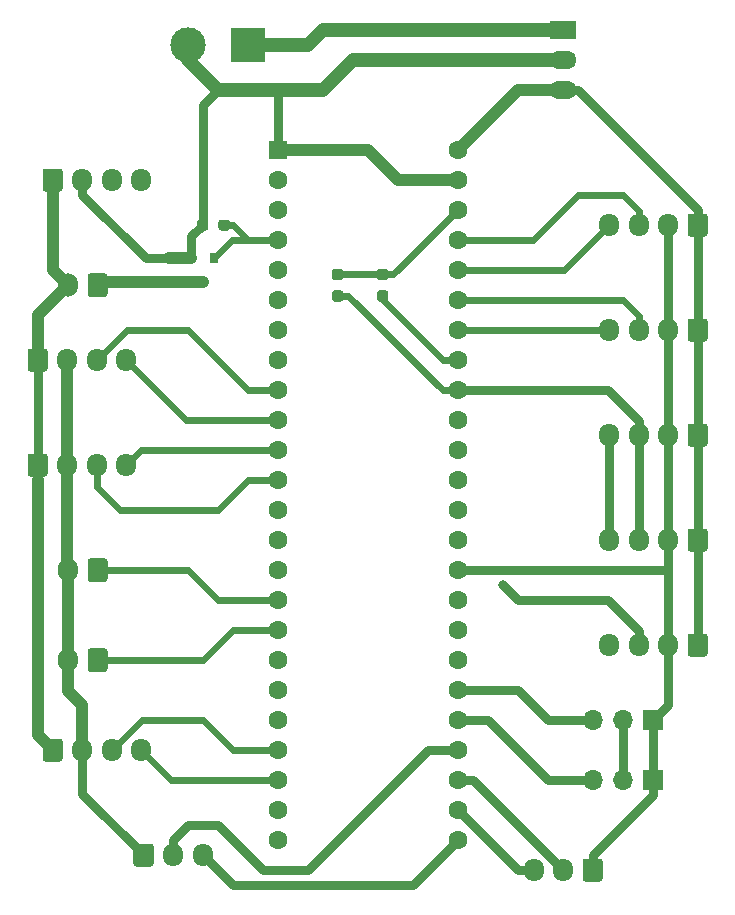
<source format=gbr>
%TF.GenerationSoftware,KiCad,Pcbnew,(5.1.9)-1*%
%TF.CreationDate,2021-03-25T13:19:16+01:00*%
%TF.ProjectId,kicad_robot_teensy,6b696361-645f-4726-9f62-6f745f746565,rev?*%
%TF.SameCoordinates,Original*%
%TF.FileFunction,Copper,L1,Top*%
%TF.FilePolarity,Positive*%
%FSLAX46Y46*%
G04 Gerber Fmt 4.6, Leading zero omitted, Abs format (unit mm)*
G04 Created by KiCad (PCBNEW (5.1.9)-1) date 2021-03-25 13:19:16*
%MOMM*%
%LPD*%
G01*
G04 APERTURE LIST*
%TA.AperFunction,ComponentPad*%
%ADD10O,1.700000X1.700000*%
%TD*%
%TA.AperFunction,ComponentPad*%
%ADD11R,1.700000X1.700000*%
%TD*%
%TA.AperFunction,ComponentPad*%
%ADD12C,1.600000*%
%TD*%
%TA.AperFunction,ComponentPad*%
%ADD13R,1.600000X1.600000*%
%TD*%
%TA.AperFunction,ComponentPad*%
%ADD14R,3.000000X3.000000*%
%TD*%
%TA.AperFunction,ComponentPad*%
%ADD15C,3.000000*%
%TD*%
%TA.AperFunction,ComponentPad*%
%ADD16O,1.700000X1.950000*%
%TD*%
%TA.AperFunction,ComponentPad*%
%ADD17O,1.700000X2.000000*%
%TD*%
%TA.AperFunction,SMDPad,CuDef*%
%ADD18R,0.800000X0.900000*%
%TD*%
%TA.AperFunction,ComponentPad*%
%ADD19R,2.300000X1.500000*%
%TD*%
%TA.AperFunction,ComponentPad*%
%ADD20O,2.300000X1.500000*%
%TD*%
%TA.AperFunction,ViaPad*%
%ADD21C,0.800000*%
%TD*%
%TA.AperFunction,Conductor*%
%ADD22C,1.200000*%
%TD*%
%TA.AperFunction,Conductor*%
%ADD23C,1.000000*%
%TD*%
%TA.AperFunction,Conductor*%
%ADD24C,0.800000*%
%TD*%
%TA.AperFunction,Conductor*%
%ADD25C,0.600000*%
%TD*%
G04 APERTURE END LIST*
D10*
%TO.P,CONN->SERV_BAR1,3*%
%TO.N,BAR_SERV*%
X180340000Y-139700000D03*
%TO.P,CONN->SERV_BAR1,2*%
%TO.N,+5V*%
X182880000Y-139700000D03*
D11*
%TO.P,CONN->SERV_BAR1,1*%
%TO.N,GND*%
X185420000Y-139700000D03*
%TD*%
D12*
%TO.P,CARTE_MICR_COTROL1,17*%
%TO.N,COL_GPIO*%
X153670000Y-132080000D03*
%TO.P,CARTE_MICR_COTROL1,18*%
%TO.N,Net-(CARTE_MICR_COTROL1-Pad18)*%
X153670000Y-134620000D03*
%TO.P,CARTE_MICR_COTROL1,19*%
%TO.N,Net-(CARTE_MICR_COTROL1-Pad19)*%
X153670000Y-137160000D03*
%TO.P,CARTE_MICR_COTROL1,20*%
%TO.N,Net-(CARTE_MICR_COTROL1-Pad20)*%
X153670000Y-139700000D03*
%TO.P,CARTE_MICR_COTROL1,16*%
%TO.N,TIR_GPIO*%
X153670000Y-129540000D03*
%TO.P,CARTE_MICR_COTROL1,15*%
%TO.N,Net-(CARTE_MICR_COTROL1-Pad15)*%
X153670000Y-127000000D03*
%TO.P,CARTE_MICR_COTROL1,14*%
%TO.N,Net-(CARTE_MICR_COTROL1-Pad14)*%
X153670000Y-124460000D03*
%TO.P,CARTE_MICR_COTROL1,21*%
%TO.N,R_COD_2_phA*%
X153670000Y-142240000D03*
%TO.P,CARTE_MICR_COTROL1,22*%
%TO.N,R_COD_2_phB*%
X153670000Y-144780000D03*
%TO.P,CARTE_MICR_COTROL1,23*%
%TO.N,Net-(CARTE_MICR_COTROL1-Pad23)*%
X153670000Y-147320000D03*
%TO.P,CARTE_MICR_COTROL1,24*%
%TO.N,Net-(CARTE_MICR_COTROL1-Pad24)*%
X153670000Y-149860000D03*
%TO.P,CARTE_MICR_COTROL1,30*%
%TO.N,MOT_1_DIR*%
X168910000Y-149860000D03*
%TO.P,CARTE_MICR_COTROL1,31*%
%TO.N,MOT_2_DIR*%
X168910000Y-147320000D03*
%TO.P,CARTE_MICR_COTROL1,32*%
%TO.N,MOT_2_PWM*%
X168910000Y-144780000D03*
%TO.P,CARTE_MICR_COTROL1,33*%
%TO.N,MOT_1_PWM*%
X168910000Y-142240000D03*
%TO.P,CARTE_MICR_COTROL1,34*%
%TO.N,PAV_SERV*%
X168910000Y-139700000D03*
%TO.P,CARTE_MICR_COTROL1,35*%
%TO.N,BAR_SERV*%
X168910000Y-137160000D03*
%TO.P,CARTE_MICR_COTROL1,36*%
%TO.N,Net-(CARTE_MICR_COTROL1-Pad36)*%
X168910000Y-134620000D03*
%TO.P,CARTE_MICR_COTROL1,37*%
%TO.N,Net-(CARTE_MICR_COTROL1-Pad37)*%
X168910000Y-132080000D03*
%TO.P,CARTE_MICR_COTROL1,13*%
%TO.N,Net-(CARTE_MICR_COTROL1-Pad13)*%
X153670000Y-121920000D03*
%TO.P,CARTE_MICR_COTROL1,12*%
%TO.N,X-BEE_TX*%
X153670000Y-119380000D03*
%TO.P,CARTE_MICR_COTROL1,11*%
%TO.N,X-BEE_RX*%
X153670000Y-116840000D03*
%TO.P,CARTE_MICR_COTROL1,10*%
%TO.N,GPIO_DISPLAY_2*%
X153670000Y-114300000D03*
%TO.P,CARTE_MICR_COTROL1,9*%
%TO.N,GPIO_DISPLAY_1*%
X153670000Y-111760000D03*
%TO.P,CARTE_MICR_COTROL1,8*%
%TO.N,Net-(CARTE_MICR_COTROL1-Pad8)*%
X153670000Y-109220000D03*
%TO.P,CARTE_MICR_COTROL1,7*%
%TO.N,Net-(CARTE_MICR_COTROL1-Pad7)*%
X153670000Y-106680000D03*
%TO.P,CARTE_MICR_COTROL1,6*%
%TO.N,Net-(CARTE_MICR_COTROL1-Pad6)*%
X153670000Y-104140000D03*
%TO.P,CARTE_MICR_COTROL1,5*%
%TO.N,Net-(CARTE_MICR_COTROL1-Pad5)*%
X153670000Y-101600000D03*
%TO.P,CARTE_MICR_COTROL1,4*%
%TO.N,LID_PWM*%
X153670000Y-99060000D03*
%TO.P,CARTE_MICR_COTROL1,3*%
%TO.N,LID_TX*%
X153670000Y-96520000D03*
%TO.P,CARTE_MICR_COTROL1,2*%
%TO.N,LID_RX*%
X153670000Y-93980000D03*
D13*
%TO.P,CARTE_MICR_COTROL1,1*%
%TO.N,GND*%
X153670000Y-91440000D03*
D12*
%TO.P,CARTE_MICR_COTROL1,38*%
%TO.N,Net-(CARTE_MICR_COTROL1-Pad38)*%
X168910000Y-129540000D03*
%TO.P,CARTE_MICR_COTROL1,39*%
%TO.N,GND*%
X168910000Y-127000000D03*
%TO.P,CARTE_MICR_COTROL1,40*%
%TO.N,Net-(CARTE_MICR_COTROL1-Pad40)*%
X168910000Y-124460000D03*
%TO.P,CARTE_MICR_COTROL1,41*%
%TO.N,Net-(CARTE_MICR_COTROL1-Pad41)*%
X168910000Y-121920000D03*
%TO.P,CARTE_MICR_COTROL1,42*%
%TO.N,Net-(CARTE_MICR_COTROL1-Pad42)*%
X168910000Y-119380000D03*
%TO.P,CARTE_MICR_COTROL1,43*%
%TO.N,R_COD_1_phA*%
X168910000Y-116840000D03*
%TO.P,CARTE_MICR_COTROL1,44*%
%TO.N,R_COD_1_phB*%
X168910000Y-114300000D03*
%TO.P,CARTE_MICR_COTROL1,45*%
%TO.N,I2C_SDAO*%
X168910000Y-111760000D03*
%TO.P,CARTE_MICR_COTROL1,46*%
%TO.N,I2C_SCLO*%
X168910000Y-109220000D03*
%TO.P,CARTE_MICR_COTROL1,47*%
%TO.N,MOT_1_COD_phB*%
X168910000Y-106680000D03*
%TO.P,CARTE_MICR_COTROL1,48*%
%TO.N,MOT_1_COD_phA*%
X168910000Y-104140000D03*
%TO.P,CARTE_MICR_COTROL1,49*%
%TO.N,MOT_2_COD_phB*%
X168910000Y-101600000D03*
%TO.P,CARTE_MICR_COTROL1,50*%
%TO.N,MOT_2_COD_phA*%
X168910000Y-99060000D03*
%TO.P,CARTE_MICR_COTROL1,51*%
%TO.N,Net-(CARTE_MICR_COTROL1-Pad51)*%
X168910000Y-96520000D03*
%TO.P,CARTE_MICR_COTROL1,52*%
%TO.N,GND*%
X168910000Y-93980000D03*
%TO.P,CARTE_MICR_COTROL1,53*%
%TO.N,+5V*%
X168910000Y-91440000D03*
%TD*%
D14*
%TO.P,ALIM_1,1*%
%TO.N,+12V*%
X151130000Y-82550000D03*
D15*
%TO.P,ALIM_1,2*%
%TO.N,GND*%
X146050000Y-82550000D03*
%TD*%
D16*
%TO.P,CONN->DISP1,4*%
%TO.N,GPIO_DISPLAY_2*%
X140850000Y-109220000D03*
%TO.P,CONN->DISP1,3*%
%TO.N,GPIO_DISPLAY_1*%
X138350000Y-109220000D03*
%TO.P,CONN->DISP1,2*%
%TO.N,GND*%
X135850000Y-109220000D03*
%TO.P,CONN->DISP1,1*%
%TO.N,+5V*%
%TA.AperFunction,ComponentPad*%
G36*
G01*
X132500000Y-109945000D02*
X132500000Y-108495000D01*
G75*
G02*
X132750000Y-108245000I250000J0D01*
G01*
X133950000Y-108245000D01*
G75*
G02*
X134200000Y-108495000I0J-250000D01*
G01*
X134200000Y-109945000D01*
G75*
G02*
X133950000Y-110195000I-250000J0D01*
G01*
X132750000Y-110195000D01*
G75*
G02*
X132500000Y-109945000I0J250000D01*
G01*
G37*
%TD.AperFunction*%
%TD*%
%TO.P,CONN->LID1,4*%
%TO.N,LID_RX*%
X142120000Y-93980000D03*
%TO.P,CONN->LID1,3*%
%TO.N,LID_TX*%
X139620000Y-93980000D03*
%TO.P,CONN->LID1,2*%
%TO.N,GND*%
X137120000Y-93980000D03*
%TO.P,CONN->LID1,1*%
%TO.N,+5V*%
%TA.AperFunction,ComponentPad*%
G36*
G01*
X133770000Y-94705000D02*
X133770000Y-93255000D01*
G75*
G02*
X134020000Y-93005000I250000J0D01*
G01*
X135220000Y-93005000D01*
G75*
G02*
X135470000Y-93255000I0J-250000D01*
G01*
X135470000Y-94705000D01*
G75*
G02*
X135220000Y-94955000I-250000J0D01*
G01*
X134020000Y-94955000D01*
G75*
G02*
X133770000Y-94705000I0J250000D01*
G01*
G37*
%TD.AperFunction*%
%TD*%
%TO.P,CONN->MD10_MOT_1,1*%
%TO.N,GND*%
%TA.AperFunction,ComponentPad*%
G36*
G01*
X141470000Y-151855000D02*
X141470000Y-150405000D01*
G75*
G02*
X141720000Y-150155000I250000J0D01*
G01*
X142920000Y-150155000D01*
G75*
G02*
X143170000Y-150405000I0J-250000D01*
G01*
X143170000Y-151855000D01*
G75*
G02*
X142920000Y-152105000I-250000J0D01*
G01*
X141720000Y-152105000D01*
G75*
G02*
X141470000Y-151855000I0J250000D01*
G01*
G37*
%TD.AperFunction*%
%TO.P,CONN->MD10_MOT_1,2*%
%TO.N,MOT_1_PWM*%
X144820000Y-151130000D03*
%TO.P,CONN->MD10_MOT_1,3*%
%TO.N,MOT_1_DIR*%
X147320000Y-151130000D03*
%TD*%
%TO.P,CONN->MD10_MOT_2,3*%
%TO.N,MOT_2_DIR*%
X175340000Y-152400000D03*
%TO.P,CONN->MD10_MOT_2,2*%
%TO.N,MOT_2_PWM*%
X177840000Y-152400000D03*
%TO.P,CONN->MD10_MOT_2,1*%
%TO.N,GND*%
%TA.AperFunction,ComponentPad*%
G36*
G01*
X181190000Y-151675000D02*
X181190000Y-153125000D01*
G75*
G02*
X180940000Y-153375000I-250000J0D01*
G01*
X179740000Y-153375000D01*
G75*
G02*
X179490000Y-153125000I0J250000D01*
G01*
X179490000Y-151675000D01*
G75*
G02*
X179740000Y-151425000I250000J0D01*
G01*
X180940000Y-151425000D01*
G75*
G02*
X181190000Y-151675000I0J-250000D01*
G01*
G37*
%TD.AperFunction*%
%TD*%
D17*
%TO.P,CONN->MOT_LID1,2*%
%TO.N,+5V*%
X135930000Y-102870000D03*
%TO.P,CONN->MOT_LID1,1*%
%TO.N,Net-(CONN->MOT_LID1-Pad1)*%
%TA.AperFunction,ComponentPad*%
G36*
G01*
X139280000Y-102120000D02*
X139280000Y-103620000D01*
G75*
G02*
X139030000Y-103870000I-250000J0D01*
G01*
X137830000Y-103870000D01*
G75*
G02*
X137580000Y-103620000I0J250000D01*
G01*
X137580000Y-102120000D01*
G75*
G02*
X137830000Y-101870000I250000J0D01*
G01*
X139030000Y-101870000D01*
G75*
G02*
X139280000Y-102120000I0J-250000D01*
G01*
G37*
%TD.AperFunction*%
%TD*%
D11*
%TO.P,CONN->SERV_PAV1,1*%
%TO.N,GND*%
X185420000Y-144780000D03*
D10*
%TO.P,CONN->SERV_PAV1,2*%
%TO.N,+5V*%
X182880000Y-144780000D03*
%TO.P,CONN->SERV_PAV1,3*%
%TO.N,PAV_SERV*%
X180340000Y-144780000D03*
%TD*%
%TO.P,CONN->X-BEE1,1*%
%TO.N,+5V*%
%TA.AperFunction,ComponentPad*%
G36*
G01*
X132500000Y-118835000D02*
X132500000Y-117385000D01*
G75*
G02*
X132750000Y-117135000I250000J0D01*
G01*
X133950000Y-117135000D01*
G75*
G02*
X134200000Y-117385000I0J-250000D01*
G01*
X134200000Y-118835000D01*
G75*
G02*
X133950000Y-119085000I-250000J0D01*
G01*
X132750000Y-119085000D01*
G75*
G02*
X132500000Y-118835000I0J250000D01*
G01*
G37*
%TD.AperFunction*%
D16*
%TO.P,CONN->X-BEE1,2*%
%TO.N,GND*%
X135850000Y-118110000D03*
%TO.P,CONN->X-BEE1,3*%
%TO.N,X-BEE_TX*%
X138350000Y-118110000D03*
%TO.P,CONN->X-BEE1,4*%
%TO.N,X-BEE_RX*%
X140850000Y-118110000D03*
%TD*%
%TO.P,CONN_COL1,1*%
%TO.N,COL_GPIO*%
%TA.AperFunction,ComponentPad*%
G36*
G01*
X139280000Y-133870000D02*
X139280000Y-135370000D01*
G75*
G02*
X139030000Y-135620000I-250000J0D01*
G01*
X137830000Y-135620000D01*
G75*
G02*
X137580000Y-135370000I0J250000D01*
G01*
X137580000Y-133870000D01*
G75*
G02*
X137830000Y-133620000I250000J0D01*
G01*
X139030000Y-133620000D01*
G75*
G02*
X139280000Y-133870000I0J-250000D01*
G01*
G37*
%TD.AperFunction*%
D17*
%TO.P,CONN_COL1,2*%
%TO.N,GND*%
X135930000Y-134620000D03*
%TD*%
%TO.P,CONN_TIR1,1*%
%TO.N,TIR_GPIO*%
%TA.AperFunction,ComponentPad*%
G36*
G01*
X139280000Y-126250000D02*
X139280000Y-127750000D01*
G75*
G02*
X139030000Y-128000000I-250000J0D01*
G01*
X137830000Y-128000000D01*
G75*
G02*
X137580000Y-127750000I0J250000D01*
G01*
X137580000Y-126250000D01*
G75*
G02*
X137830000Y-126000000I250000J0D01*
G01*
X139030000Y-126000000D01*
G75*
G02*
X139280000Y-126250000I0J-250000D01*
G01*
G37*
%TD.AperFunction*%
%TO.P,CONN_TIR1,2*%
%TO.N,GND*%
X135930000Y-127000000D03*
%TD*%
D16*
%TO.P,J1,4*%
%TO.N,MOT_1_COD_phB*%
X181730000Y-106680000D03*
%TO.P,J1,3*%
%TO.N,MOT_1_COD_phA*%
X184230000Y-106680000D03*
%TO.P,J1,2*%
%TO.N,GND*%
X186730000Y-106680000D03*
%TO.P,J1,1*%
%TO.N,+5V*%
%TA.AperFunction,ComponentPad*%
G36*
G01*
X190080000Y-105955000D02*
X190080000Y-107405000D01*
G75*
G02*
X189830000Y-107655000I-250000J0D01*
G01*
X188630000Y-107655000D01*
G75*
G02*
X188380000Y-107405000I0J250000D01*
G01*
X188380000Y-105955000D01*
G75*
G02*
X188630000Y-105705000I250000J0D01*
G01*
X189830000Y-105705000D01*
G75*
G02*
X190080000Y-105955000I0J-250000D01*
G01*
G37*
%TD.AperFunction*%
%TD*%
%TO.P,J2,1*%
%TO.N,+5V*%
%TA.AperFunction,ComponentPad*%
G36*
G01*
X190080000Y-97065000D02*
X190080000Y-98515000D01*
G75*
G02*
X189830000Y-98765000I-250000J0D01*
G01*
X188630000Y-98765000D01*
G75*
G02*
X188380000Y-98515000I0J250000D01*
G01*
X188380000Y-97065000D01*
G75*
G02*
X188630000Y-96815000I250000J0D01*
G01*
X189830000Y-96815000D01*
G75*
G02*
X190080000Y-97065000I0J-250000D01*
G01*
G37*
%TD.AperFunction*%
%TO.P,J2,2*%
%TO.N,GND*%
X186730000Y-97790000D03*
%TO.P,J2,3*%
%TO.N,MOT_2_COD_phA*%
X184230000Y-97790000D03*
%TO.P,J2,4*%
%TO.N,MOT_2_COD_phB*%
X181730000Y-97790000D03*
%TD*%
%TO.P,J_FTM->R_COD_1,4*%
%TO.N,R_COD_1_phB*%
X181730000Y-133350000D03*
%TO.P,J_FTM->R_COD_1,3*%
%TO.N,R_COD_1_phA*%
X184230000Y-133350000D03*
%TO.P,J_FTM->R_COD_1,2*%
%TO.N,GND*%
X186730000Y-133350000D03*
%TO.P,J_FTM->R_COD_1,1*%
%TO.N,+5V*%
%TA.AperFunction,ComponentPad*%
G36*
G01*
X190080000Y-132625000D02*
X190080000Y-134075000D01*
G75*
G02*
X189830000Y-134325000I-250000J0D01*
G01*
X188630000Y-134325000D01*
G75*
G02*
X188380000Y-134075000I0J250000D01*
G01*
X188380000Y-132625000D01*
G75*
G02*
X188630000Y-132375000I250000J0D01*
G01*
X189830000Y-132375000D01*
G75*
G02*
X190080000Y-132625000I0J-250000D01*
G01*
G37*
%TD.AperFunction*%
%TD*%
%TO.P,J_FTM->R_COD_2,1*%
%TO.N,+5V*%
%TA.AperFunction,ComponentPad*%
G36*
G01*
X133770000Y-142965000D02*
X133770000Y-141515000D01*
G75*
G02*
X134020000Y-141265000I250000J0D01*
G01*
X135220000Y-141265000D01*
G75*
G02*
X135470000Y-141515000I0J-250000D01*
G01*
X135470000Y-142965000D01*
G75*
G02*
X135220000Y-143215000I-250000J0D01*
G01*
X134020000Y-143215000D01*
G75*
G02*
X133770000Y-142965000I0J250000D01*
G01*
G37*
%TD.AperFunction*%
%TO.P,J_FTM->R_COD_2,2*%
%TO.N,GND*%
X137120000Y-142240000D03*
%TO.P,J_FTM->R_COD_2,3*%
%TO.N,R_COD_2_phA*%
X139620000Y-142240000D03*
%TO.P,J_FTM->R_COD_2,4*%
%TO.N,R_COD_2_phB*%
X142120000Y-142240000D03*
%TD*%
%TO.P,J_I2C->MULTIPLEX1,1*%
%TO.N,+5V*%
%TA.AperFunction,ComponentPad*%
G36*
G01*
X190080000Y-114845000D02*
X190080000Y-116295000D01*
G75*
G02*
X189830000Y-116545000I-250000J0D01*
G01*
X188630000Y-116545000D01*
G75*
G02*
X188380000Y-116295000I0J250000D01*
G01*
X188380000Y-114845000D01*
G75*
G02*
X188630000Y-114595000I250000J0D01*
G01*
X189830000Y-114595000D01*
G75*
G02*
X190080000Y-114845000I0J-250000D01*
G01*
G37*
%TD.AperFunction*%
%TO.P,J_I2C->MULTIPLEX1,2*%
%TO.N,GND*%
X186730000Y-115570000D03*
%TO.P,J_I2C->MULTIPLEX1,3*%
%TO.N,I2C_SDAO*%
X184230000Y-115570000D03*
%TO.P,J_I2C->MULTIPLEX1,4*%
%TO.N,I2C_SCLO*%
X181730000Y-115570000D03*
%TD*%
%TO.P,J_I2C->MULTIPLEX2,1*%
%TO.N,+5V*%
%TA.AperFunction,ComponentPad*%
G36*
G01*
X190080000Y-123735000D02*
X190080000Y-125185000D01*
G75*
G02*
X189830000Y-125435000I-250000J0D01*
G01*
X188630000Y-125435000D01*
G75*
G02*
X188380000Y-125185000I0J250000D01*
G01*
X188380000Y-123735000D01*
G75*
G02*
X188630000Y-123485000I250000J0D01*
G01*
X189830000Y-123485000D01*
G75*
G02*
X190080000Y-123735000I0J-250000D01*
G01*
G37*
%TD.AperFunction*%
%TO.P,J_I2C->MULTIPLEX2,2*%
%TO.N,GND*%
X186730000Y-124460000D03*
%TO.P,J_I2C->MULTIPLEX2,3*%
%TO.N,I2C_SDAO*%
X184230000Y-124460000D03*
%TO.P,J_I2C->MULTIPLEX2,4*%
%TO.N,I2C_SCLO*%
X181730000Y-124460000D03*
%TD*%
D18*
%TO.P,Q1,1*%
%TO.N,LID_PWM*%
X148270000Y-100600000D03*
%TO.P,Q1,2*%
%TO.N,GND*%
X146370000Y-100600000D03*
%TO.P,Q1,3*%
%TO.N,Net-(CONN->MOT_LID1-Pad1)*%
X147320000Y-102600000D03*
%TD*%
%TO.P,R1,2*%
%TO.N,I2C_SCLO*%
%TA.AperFunction,SMDPad,CuDef*%
G36*
G01*
X162322500Y-103295000D02*
X162797500Y-103295000D01*
G75*
G02*
X163035000Y-103532500I0J-237500D01*
G01*
X163035000Y-104032500D01*
G75*
G02*
X162797500Y-104270000I-237500J0D01*
G01*
X162322500Y-104270000D01*
G75*
G02*
X162085000Y-104032500I0J237500D01*
G01*
X162085000Y-103532500D01*
G75*
G02*
X162322500Y-103295000I237500J0D01*
G01*
G37*
%TD.AperFunction*%
%TO.P,R1,1*%
%TO.N,Net-(CARTE_MICR_COTROL1-Pad51)*%
%TA.AperFunction,SMDPad,CuDef*%
G36*
G01*
X162322500Y-101470000D02*
X162797500Y-101470000D01*
G75*
G02*
X163035000Y-101707500I0J-237500D01*
G01*
X163035000Y-102207500D01*
G75*
G02*
X162797500Y-102445000I-237500J0D01*
G01*
X162322500Y-102445000D01*
G75*
G02*
X162085000Y-102207500I0J237500D01*
G01*
X162085000Y-101707500D01*
G75*
G02*
X162322500Y-101470000I237500J0D01*
G01*
G37*
%TD.AperFunction*%
%TD*%
%TO.P,R2,1*%
%TO.N,Net-(CARTE_MICR_COTROL1-Pad51)*%
%TA.AperFunction,SMDPad,CuDef*%
G36*
G01*
X158512500Y-101470000D02*
X158987500Y-101470000D01*
G75*
G02*
X159225000Y-101707500I0J-237500D01*
G01*
X159225000Y-102207500D01*
G75*
G02*
X158987500Y-102445000I-237500J0D01*
G01*
X158512500Y-102445000D01*
G75*
G02*
X158275000Y-102207500I0J237500D01*
G01*
X158275000Y-101707500D01*
G75*
G02*
X158512500Y-101470000I237500J0D01*
G01*
G37*
%TD.AperFunction*%
%TO.P,R2,2*%
%TO.N,I2C_SDAO*%
%TA.AperFunction,SMDPad,CuDef*%
G36*
G01*
X158512500Y-103295000D02*
X158987500Y-103295000D01*
G75*
G02*
X159225000Y-103532500I0J-237500D01*
G01*
X159225000Y-104032500D01*
G75*
G02*
X158987500Y-104270000I-237500J0D01*
G01*
X158512500Y-104270000D01*
G75*
G02*
X158275000Y-104032500I0J237500D01*
G01*
X158275000Y-103532500D01*
G75*
G02*
X158512500Y-103295000I237500J0D01*
G01*
G37*
%TD.AperFunction*%
%TD*%
%TO.P,R_Pull_D_MOT_LID1,1*%
%TO.N,LID_PWM*%
%TA.AperFunction,SMDPad,CuDef*%
G36*
G01*
X149632500Y-97552500D02*
X149632500Y-98027500D01*
G75*
G02*
X149395000Y-98265000I-237500J0D01*
G01*
X148895000Y-98265000D01*
G75*
G02*
X148657500Y-98027500I0J237500D01*
G01*
X148657500Y-97552500D01*
G75*
G02*
X148895000Y-97315000I237500J0D01*
G01*
X149395000Y-97315000D01*
G75*
G02*
X149632500Y-97552500I0J-237500D01*
G01*
G37*
%TD.AperFunction*%
%TO.P,R_Pull_D_MOT_LID1,2*%
%TO.N,GND*%
%TA.AperFunction,SMDPad,CuDef*%
G36*
G01*
X147807500Y-97552500D02*
X147807500Y-98027500D01*
G75*
G02*
X147570000Y-98265000I-237500J0D01*
G01*
X147070000Y-98265000D01*
G75*
G02*
X146832500Y-98027500I0J237500D01*
G01*
X146832500Y-97552500D01*
G75*
G02*
X147070000Y-97315000I237500J0D01*
G01*
X147570000Y-97315000D01*
G75*
G02*
X147807500Y-97552500I0J-237500D01*
G01*
G37*
%TD.AperFunction*%
%TD*%
D19*
%TO.P,U12->5,1*%
%TO.N,+12V*%
X177800000Y-81280000D03*
D20*
%TO.P,U12->5,2*%
%TO.N,GND*%
X177800000Y-83820000D03*
%TO.P,U12->5,3*%
%TO.N,+5V*%
X177800000Y-86360000D03*
%TD*%
D21*
%TO.N,GND*%
X144510000Y-100600000D03*
%TO.N,R_COD_1_phA*%
X172720000Y-128270000D03*
%TD*%
D22*
%TO.N,+12V*%
X177800000Y-81280000D02*
X157480000Y-81280000D01*
X157480000Y-81280000D02*
X156210000Y-82550000D01*
X156210000Y-82550000D02*
X151130000Y-82550000D01*
%TO.N,GND*%
X160020000Y-83820000D02*
X177800000Y-83820000D01*
X157480000Y-86360000D02*
X160020000Y-83820000D01*
X149860000Y-86360000D02*
X148590000Y-86360000D01*
D23*
X153670000Y-91440000D02*
X161290000Y-91440000D01*
X163830000Y-93980000D02*
X168910000Y-93980000D01*
X161290000Y-91440000D02*
X163830000Y-93980000D01*
X146370000Y-100600000D02*
X144510000Y-100600000D01*
X144510000Y-100600000D02*
X144510000Y-100600000D01*
X135930000Y-127000000D02*
X135930000Y-134620000D01*
X135930000Y-134620000D02*
X135930000Y-137200000D01*
X137120000Y-138390000D02*
X137120000Y-142240000D01*
X135930000Y-137200000D02*
X137120000Y-138390000D01*
D24*
X186730000Y-97790000D02*
X186730000Y-106680000D01*
D22*
X146050000Y-82550000D02*
X146050000Y-83820000D01*
X146050000Y-83820000D02*
X148590000Y-86360000D01*
D24*
X144510000Y-100600000D02*
X142510000Y-100600000D01*
X137120000Y-95210000D02*
X137120000Y-93980000D01*
X142510000Y-100600000D02*
X137120000Y-95210000D01*
X146370000Y-98740000D02*
X147320000Y-97790000D01*
X146370000Y-100600000D02*
X146370000Y-98740000D01*
X147320000Y-87630000D02*
X148590000Y-86360000D01*
X147320000Y-97790000D02*
X147320000Y-87630000D01*
X153670000Y-91440000D02*
X153670000Y-87630000D01*
X153670000Y-87630000D02*
X153670000Y-86360000D01*
D22*
X153670000Y-86360000D02*
X157480000Y-86360000D01*
X149860000Y-86360000D02*
X153670000Y-86360000D01*
D24*
X137120000Y-145930000D02*
X142320000Y-151130000D01*
X137120000Y-142240000D02*
X137120000Y-145930000D01*
X180340000Y-152400000D02*
X180340000Y-151130000D01*
X185420000Y-146050000D02*
X185420000Y-144780000D01*
X180340000Y-151130000D02*
X185420000Y-146050000D01*
X185420000Y-144780000D02*
X185420000Y-139700000D01*
X186730000Y-106680000D02*
X186730000Y-115570000D01*
X186730000Y-138390000D02*
X185420000Y-139700000D01*
X186730000Y-133350000D02*
X186730000Y-138390000D01*
X186730000Y-124460000D02*
X186730000Y-123230000D01*
X186730000Y-115570000D02*
X186730000Y-123230000D01*
X186690000Y-127000000D02*
X186730000Y-127040000D01*
X168910000Y-127000000D02*
X186690000Y-127000000D01*
X186730000Y-127040000D02*
X186730000Y-133350000D01*
X186730000Y-124460000D02*
X186730000Y-127040000D01*
D23*
X135850000Y-109220000D02*
X135850000Y-118110000D01*
X135850000Y-126920000D02*
X135930000Y-127000000D01*
X135850000Y-118110000D02*
X135850000Y-126920000D01*
D25*
%TO.N,COL_GPIO*%
X147320000Y-134620000D02*
X138430000Y-134620000D01*
X149860000Y-132080000D02*
X147320000Y-134620000D01*
X153670000Y-132080000D02*
X149860000Y-132080000D01*
%TO.N,TIR_GPIO*%
X146050000Y-127000000D02*
X138430000Y-127000000D01*
X148590000Y-129540000D02*
X146050000Y-127000000D01*
X153670000Y-129540000D02*
X148590000Y-129540000D01*
%TO.N,R_COD_2_phA*%
X153670000Y-142240000D02*
X149860000Y-142240000D01*
X149860000Y-142240000D02*
X147320000Y-139700000D01*
X142160000Y-139700000D02*
X139620000Y-142240000D01*
X147320000Y-139700000D02*
X142160000Y-139700000D01*
%TO.N,R_COD_2_phB*%
X144660000Y-144780000D02*
X142120000Y-142240000D01*
X153670000Y-144780000D02*
X144660000Y-144780000D01*
D24*
%TO.N,MOT_1_DIR*%
X168910000Y-149860000D02*
X165100000Y-153670000D01*
X165100000Y-153670000D02*
X149860000Y-153670000D01*
X149860000Y-153670000D02*
X147320000Y-151130000D01*
%TO.N,MOT_2_DIR*%
X173990000Y-152400000D02*
X168910000Y-147320000D01*
X175340000Y-152400000D02*
X173990000Y-152400000D01*
%TO.N,MOT_2_PWM*%
X170220000Y-144780000D02*
X168910000Y-144780000D01*
X177840000Y-152400000D02*
X170220000Y-144780000D01*
%TO.N,MOT_1_PWM*%
X144820000Y-149820000D02*
X144820000Y-151130000D01*
X146050000Y-148590000D02*
X144820000Y-149820000D01*
X148590000Y-148590000D02*
X146050000Y-148590000D01*
X152400000Y-152400000D02*
X148590000Y-148590000D01*
X156210000Y-152400000D02*
X152400000Y-152400000D01*
X166370000Y-142240000D02*
X156210000Y-152400000D01*
X168910000Y-142240000D02*
X166370000Y-142240000D01*
%TO.N,PAV_SERV*%
X180340000Y-144780000D02*
X176530000Y-144780000D01*
X171450000Y-139700000D02*
X168910000Y-139700000D01*
X176530000Y-144780000D02*
X171450000Y-139700000D01*
%TO.N,BAR_SERV*%
X180340000Y-139700000D02*
X176530000Y-139700000D01*
X173990000Y-137160000D02*
X168910000Y-137160000D01*
X176530000Y-139700000D02*
X173990000Y-137160000D01*
D25*
%TO.N,X-BEE_TX*%
X138350000Y-119935000D02*
X138350000Y-118110000D01*
X140335000Y-121920000D02*
X138350000Y-119935000D01*
X148590000Y-121920000D02*
X140335000Y-121920000D01*
X151130000Y-119380000D02*
X148590000Y-121920000D01*
X153670000Y-119380000D02*
X151130000Y-119380000D01*
%TO.N,X-BEE_RX*%
X142120000Y-116840000D02*
X140850000Y-118110000D01*
X153670000Y-116840000D02*
X142120000Y-116840000D01*
%TO.N,GPIO_DISPLAY_2*%
X145930000Y-114300000D02*
X140850000Y-109220000D01*
X153670000Y-114300000D02*
X145930000Y-114300000D01*
%TO.N,GPIO_DISPLAY_1*%
X140890000Y-106680000D02*
X138350000Y-109220000D01*
X146050000Y-106680000D02*
X140890000Y-106680000D01*
X151130000Y-111760000D02*
X146050000Y-106680000D01*
X153670000Y-111760000D02*
X151130000Y-111760000D01*
%TO.N,LID_PWM*%
X149810000Y-99060000D02*
X148270000Y-100600000D01*
X149860000Y-97790000D02*
X151130000Y-99060000D01*
X149145000Y-97790000D02*
X149860000Y-97790000D01*
X151130000Y-99060000D02*
X149810000Y-99060000D01*
X153670000Y-99060000D02*
X151130000Y-99060000D01*
D24*
%TO.N,R_COD_1_phA*%
X184230000Y-133350000D02*
X184230000Y-132160000D01*
X184230000Y-132160000D02*
X181610000Y-129540000D01*
X181610000Y-129540000D02*
X173990000Y-129540000D01*
X173990000Y-129540000D02*
X172720000Y-128270000D01*
X172720000Y-128270000D02*
X172720000Y-128270000D01*
D25*
%TO.N,I2C_SDAO*%
X158750000Y-103782500D02*
X159662500Y-103782500D01*
X167640000Y-111760000D02*
X168910000Y-111760000D01*
X159662500Y-103782500D02*
X167640000Y-111760000D01*
D24*
X184230000Y-124460000D02*
X184230000Y-115570000D01*
X184230000Y-115570000D02*
X184230000Y-114380000D01*
X181610000Y-111760000D02*
X168910000Y-111760000D01*
X184230000Y-114380000D02*
X181610000Y-111760000D01*
D25*
%TO.N,I2C_SCLO*%
X168910000Y-109220000D02*
X167640000Y-109220000D01*
X167640000Y-109220000D02*
X162560000Y-104140000D01*
D24*
X181730000Y-115570000D02*
X181730000Y-124460000D01*
D25*
%TO.N,Net-(CARTE_MICR_COTROL1-Pad51)*%
X163472500Y-101957500D02*
X168910000Y-96520000D01*
X158750000Y-101957500D02*
X162917500Y-101957500D01*
X162917500Y-101957500D02*
X163472500Y-101957500D01*
X162560000Y-101957500D02*
X162917500Y-101957500D01*
D23*
%TO.N,+5V*%
X173990000Y-86360000D02*
X168910000Y-91440000D01*
X177800000Y-86360000D02*
X173990000Y-86360000D01*
X134620000Y-101560000D02*
X135930000Y-102870000D01*
X134620000Y-93980000D02*
X134620000Y-101560000D01*
X135930000Y-102870000D02*
X135890000Y-102870000D01*
X133350000Y-105410000D02*
X133350000Y-109220000D01*
X135890000Y-102870000D02*
X133350000Y-105410000D01*
X133350000Y-119380000D02*
X133350000Y-140970000D01*
X133350000Y-140970000D02*
X134620000Y-142240000D01*
D24*
X177800000Y-86360000D02*
X179070000Y-86360000D01*
X189230000Y-96520000D02*
X189230000Y-97790000D01*
X179070000Y-86360000D02*
X189230000Y-96520000D01*
X189230000Y-97790000D02*
X189230000Y-106680000D01*
X182880000Y-144780000D02*
X182880000Y-139700000D01*
X189230000Y-106680000D02*
X189230000Y-115570000D01*
X189230000Y-115570000D02*
X189230000Y-124460000D01*
X189230000Y-124460000D02*
X189230000Y-133350000D01*
X133350000Y-118110000D02*
X133350000Y-109220000D01*
D23*
%TO.N,Net-(CONN->MOT_LID1-Pad1)*%
X138700000Y-102600000D02*
X138430000Y-102870000D01*
X147320000Y-102600000D02*
X138700000Y-102600000D01*
D25*
%TO.N,MOT_1_COD_phB*%
X168910000Y-106680000D02*
X181730000Y-106680000D01*
%TO.N,MOT_1_COD_phA*%
X184230000Y-105490000D02*
X184230000Y-106680000D01*
X182880000Y-104140000D02*
X184230000Y-105490000D01*
X168910000Y-104140000D02*
X182880000Y-104140000D01*
%TO.N,MOT_2_COD_phB*%
X177920000Y-101600000D02*
X181730000Y-97790000D01*
X168910000Y-101600000D02*
X177920000Y-101600000D01*
%TO.N,MOT_2_COD_phA*%
X168910000Y-99060000D02*
X175260000Y-99060000D01*
X175260000Y-99060000D02*
X179070000Y-95250000D01*
X179070000Y-95250000D02*
X182880000Y-95250000D01*
X184230000Y-96600000D02*
X184230000Y-97790000D01*
X182880000Y-95250000D02*
X184230000Y-96600000D01*
%TD*%
M02*

</source>
